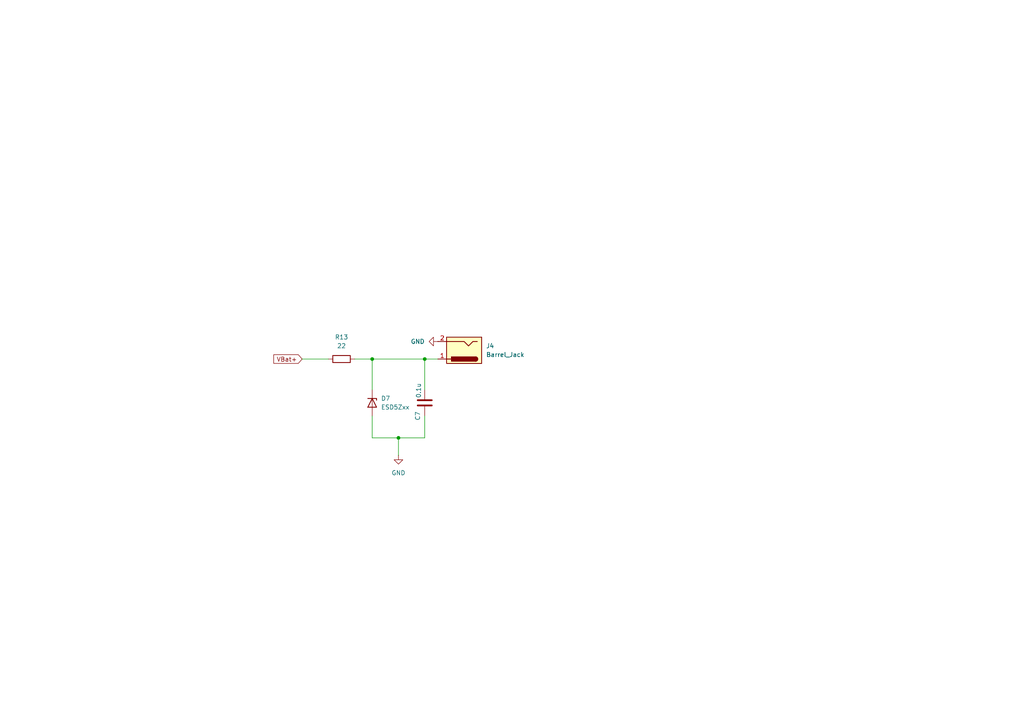
<source format=kicad_sch>
(kicad_sch (version 20250114) (generator "eeschema") (generator_version "9.0")
  (paper "A4")
  (lib_symbols
    (symbol "Connector:Barrel_Jack" (pin_names (offset 1.016))
      (property "Reference" "J" (at 0 5.334 0))
      (property "Value" "Barrel_Jack" (at 0 -5.08 0))
      (symbol "Barrel_Jack_0_1"
        (rectangle (start -5.08 3.81) (end 5.08 -3.81) (stroke (width 0.254)) (fill (type background)))
        (polyline (pts (xy -3.81 -2.54) (xy -2.54 -2.54) (xy -1.27 -1.27) (xy 0 -2.54) (xy 2.54 -2.54) (xy 5.08 -2.54)) (stroke (width 0.254)))
        (arc (start -3.302 1.905) (mid -3.9343 2.54) (end -3.302 3.175) (stroke (width 0.254)))
        (arc (start -3.302 1.905) (mid -3.9343 2.54) (end -3.302 3.175) (stroke (width 0.254)) (fill (type outline)))
        (rectangle (start 3.683 3.175) (end -3.302 1.905) (stroke (width 0.254)) (fill (type outline)))
        (polyline (pts (xy 5.08 2.54) (xy 3.81 2.54)) (stroke (width 0.254)))
      )
      (symbol "Barrel_Jack_1_1"
        (pin passive line (at 7.62 2.54 180) (length 2.54) (name "~") (number "1"))
        (pin passive line (at 7.62 -2.54 180) (length 2.54) (name "~") (number "2"))
      )
    )
    (symbol "Device:C" (pin_numbers (hide yes)) (pin_names (offset 0.254))
      (property "Reference" "C" (at 0.635 2.54 0))
      (property "Value" "C" (at 0.635 -2.54 0))
      (symbol "C_0_1"
        (polyline (pts (xy -2.032 0.762) (xy 2.032 0.762)) (stroke (width 0.508)))
        (polyline (pts (xy -2.032 -0.762) (xy 2.032 -0.762)) (stroke (width 0.508)))
      )
      (symbol "C_1_1"
        (pin passive line (at 0 3.81 270) (length 2.794) (name "~") (number "1"))
        (pin passive line (at 0 -3.81 90) (length 2.794) (name "~") (number "2"))
      )
    )
    (symbol "Device:R" (pin_numbers (hide yes)) (pin_names (offset 0))
      (property "Reference" "R" (at 2.032 0 90))
      (property "Value" "R" (at 0 0 90))
      (symbol "R_0_1"
        (rectangle (start -1.016 -2.54) (end 1.016 2.54) (stroke (width 0.254)))
      )
      (symbol "R_1_1"
        (pin passive line (at 0 3.81 270) (length 1.27) (name "~") (number "1"))
        (pin passive line (at 0 -3.81 90) (length 1.27) (name "~") (number "2"))
      )
    )
    (symbol "Diode:ESD5Zxx" (pin_numbers (hide yes)) (pin_names (hide yes))
      (property "Reference" "D" (at 0 2.54 0))
      (property "Value" "ESD5Zxx" (at 0 -2.54 0))
      (symbol "ESD5Zxx_0_1"
        (polyline (pts (xy -1.27 -1.27) (xy -1.27 1.27) (xy -0.762 1.27)) (stroke (width 0.254)))
        (polyline (pts (xy 1.27 0) (xy -1.27 0)))
        (polyline (pts (xy 1.27 -1.27) (xy 1.27 1.27) (xy -1.27 0) (xy 1.27 -1.27)) (stroke (width 0.254)))
      )
      (symbol "ESD5Zxx_1_1"
        (pin passive line (at -3.81 0 0) (length 2.54) (name "K") (number "1"))
        (pin passive line (at 3.81 0 180) (length 2.54) (name "A") (number "2"))
      )
    )
    (symbol "power:GND" (power) (pin_numbers (hide yes)) (pin_names (offset 0) (hide yes))
      (property "Value" "GND" (at 0 -3.81 0))
      (symbol "GND_0_1"
        (polyline (pts (xy 0 0) (xy 0 -1.27) (xy 1.27 -1.27) (xy 0 -2.54) (xy -1.27 -1.27) (xy 0 -1.27)))
      )
      (symbol "GND_1_1"
        (pin power_in line (at 0 0 270) (length 0) (name "~") (number "1"))
      )
    )
  )
  (junction (at 115.57 127))
  (junction (at 123.19 104.14))
  (junction (at 107.95 104.14))
  (wire (pts (xy 102.87 104.14) (xy 107.95 104.14)))
  (wire (pts (xy 107.95 120.65) (xy 107.95 127)))
  (wire (pts (xy 87.63 104.14) (xy 95.25 104.14)))
  (wire (pts (xy 115.57 127) (xy 123.19 127)))
  (wire (pts (xy 115.57 132.08) (xy 115.57 127)))
  (wire (pts (xy 107.95 127) (xy 115.57 127)))
  (wire (pts (xy 123.19 104.14) (xy 123.19 113.03)))
  (wire (pts (xy 123.19 104.14) (xy 107.95 104.14)))
  (wire (pts (xy 123.19 127) (xy 123.19 120.65)))
  (wire (pts (xy 127 104.14) (xy 123.19 104.14)))
  (wire (pts (xy 107.95 104.14) (xy 107.95 113.03)))
  (global_label "VBat+" (shape input) (at 87.63 104.14 180) (property "Intersheetrefs" "${INTERSHEET_REFS}" (effects (hide yes))))
  (symbol (lib_id "Connector:Barrel_Jack") (at 134.62 101.6 180) (unit 1)
    (property "Reference" "J4" (at 140.97 100.3299 0) (effects (justify right)))
    (property "Value" "Barrel_Jack" (at 140.97 102.8699 0) (effects (justify right)))
    (property "Footprint" "Connector_BarrelJack:BarrelJack_CUI_PJ-063AH_Horizontal" (effects (hide yes)))
    (property "Description" "DC Barrel Jack" (effects (hide yes)))
  )
  (symbol (lib_id "power:GND") (at 115.57 132.08 0) (unit 1)
    (property "Reference" "#PWR011" (effects (hide yes)))
    (property "Value" "GND" (at 115.57 137.16 0))
    (property "Description" "Power symbol creates a global label with name \"GND\" , ground" (effects (hide yes)))
  )
  (symbol (lib_id "Diode:ESD5Zxx") (at 107.95 116.84 270) (unit 1)
    (property "Reference" "D7" (at 110.49 115.5699 90) (effects (justify left)))
    (property "Value" "ESD5Zxx" (at 110.49 118.1099 90) (effects (justify left)))
    (property "Footprint" "Diode_SMD:D_SOD-523" (effects (hide yes)))
    (property "Datasheet" "https://www.onsemi.com/pdf/datasheet/esd5z2.5t1-d.pdf" (effects (hide yes)))
    (property "Description" "ESD Protection Diode, SOD-523" (effects (hide yes)))
  )
  (symbol (lib_id "Device:R") (at 99.06 104.14 90) (unit 1)
    (property "Reference" "R13" (at 99.06 97.79 90))
    (property "Value" "22" (at 99.06 100.33 90))
    (property "Footprint" "Resistor_SMD:R_0805_2012Metric_Pad1.20x1.40mm_HandSolder" (effects (hide yes)))
    (property "Description" "Resistor" (effects (hide yes)))
  )
  (symbol (lib_id "Device:C") (at 123.19 116.84 180) (unit 1)
    (property "Reference" "C7" (at 121.158 120.65 90))
    (property "Value" "0.1u" (at 121.412 113.284 90))
    (property "Footprint" "Capacitor_SMD:C_0805_2012Metric_Pad1.18x1.45mm_HandSolder" (effects (hide yes)))
    (property "Description" "Unpolarized capacitor" (effects (hide yes)))
  )
  (symbol (lib_id "power:GND") (at 127 99.06 270) (unit 1)
    (property "Reference" "#PWR02" (effects (hide yes)))
    (property "Value" "GND" (at 123.19 99.0599 90) (effects (justify right)))
    (property "Description" "Power symbol creates a global label with name \"GND\" , ground" (effects (hide yes)))
  )
)
</source>
